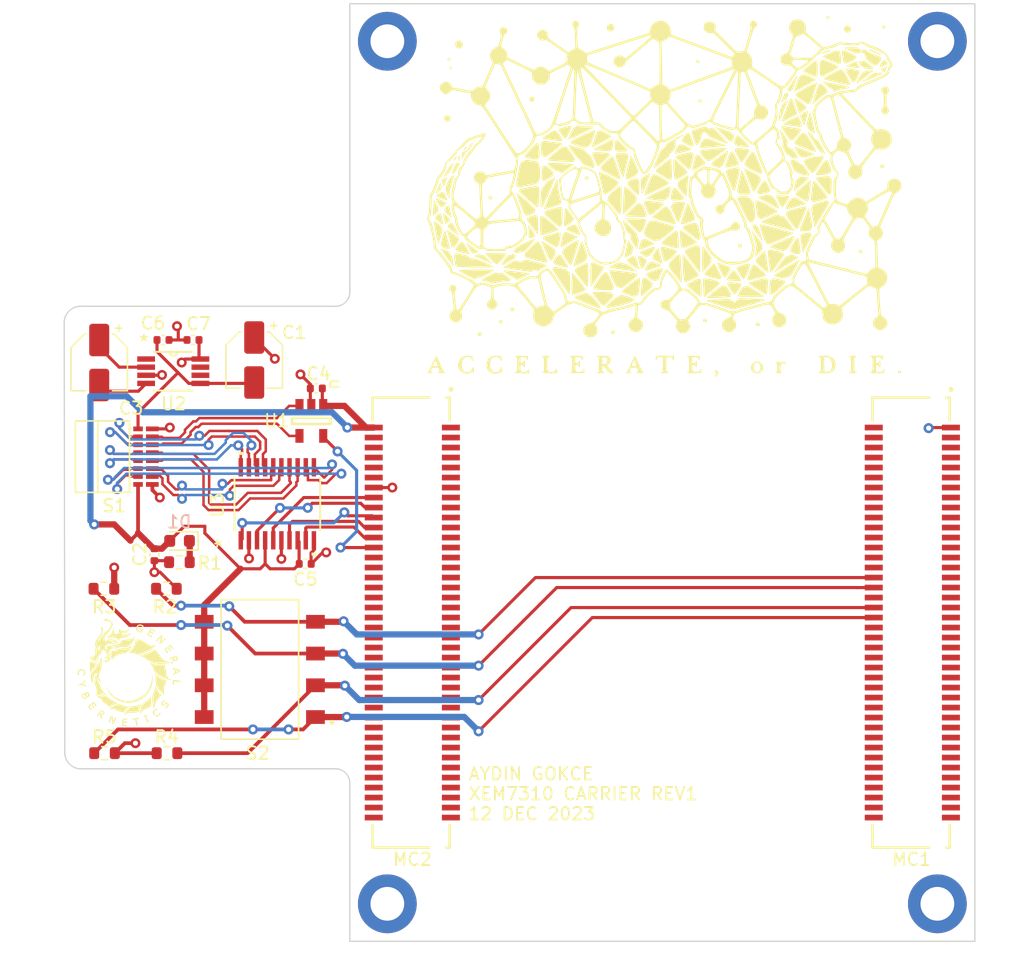
<source format=kicad_pcb>
(kicad_pcb (version 20211014) (generator pcbnew)
  (layers (0 "F.Cu" signal) (1 "In1.Cu" power) (2 "In2.Cu" power) (31 "B.Cu" signal) (34 "B.Paste" user) (35 "F.Paste" user) (36 "B.SilkS" user "B.Silkscreen") (37 "F.SilkS" user "F.Silkscreen") (38 "B.Mask" user) (39 "F.Mask" user) (44 "Edge.Cuts" user))
  (net 0 "")
  (net 1 "GND")
  (net 2 "-5V")
  (net 3 "+3.3V")
  (net 4 "Net-(C3-Pad1)")
  (net 5 "Net-(C3-Pad2)")
  (net 6 "+5V")
  (net 7 "Net-(R1-Pad1)")
  (net 38 "Net-(MC1-Pad32)")
  (net 40 "Net-(MC1-Pad34)")
  (net 44 "Net-(MC1-Pad38)")
  (net 46 "Net-(MC1-Pad40)")
  (net 99 "/CS_A")
  (net 101 "/SCK_A")
  (net 103 "/MOSI_A1")
  (net 105 "/MOSI_A2")
  (net 107 "/MISO_A1")
  (net 109 "/MISO_A2")
  (net 164 "/MOSI1-")
  (net 165 "/SCLK+")
  (net 166 "/MOSI1+")
  (net 167 "/SCLK-")
  (net 168 "/MISO1-")
  (net 169 "/CS+")
  (net 170 "/MOSI2-")
  (net 171 "/MOSI2+")
  (net 172 "/MISO2-")
  (net 173 "/MISO2+")
  (net 174 "/MISO1+")
  (net 175 "/CS-")
  (footprint "Capacitor_SMD:C_0402_1005Metric" (layer "F.Cu") (at 127.63 115.11 180)
    (fp_text reference "C5")
    (fp_text value "0.1u")
  )
  (footprint "TP_TL7660:DGK8" (layer "F.Cu") (at 117.074999 99.695001)
    (fp_text reference "U2")
    (fp_text value "TL7660CDGKR")
  )
  (footprint "FP_LVDT2:DBV0005A_N" (layer "F.Cu") (at 128.119999 103.67 -90)
    (fp_text reference "U1")
    (fp_text value "SN65LVDT2DBVR")
  )
  (footprint "MountingHole:MountingHole_2.7mm_M2.5_DIN965_Pad" (layer "F.Cu") (at 134.2 142.3)
    (fp_text reference "H2" hide)
    (fp_text value "MountingHole_Pad")
  )
  (footprint "MountingHole:MountingHole_2.7mm_M2.5_DIN965_Pad" (layer "F.Cu") (at 178.2 142.3)
    (fp_text reference "H4" hide)
    (fp_text value "MountingHole_Pad")
  )
  (footprint "BTE-040-01-F-D-A:SAMTEC_BTE-040-01-F-D-A" (layer "F.Cu") (at 136.198 119.8017 -90)
    (fp_text reference "MC2")
    (fp_text value "BTE-040-01-F-D-A")
  )
  (footprint "BTE-040-01-F-D-A:SAMTEC_BTE-040-01-F-D-A" (layer "F.Cu") (at 176.198 119.8017 -90)
    (fp_text reference "MC1")
    (fp_text value "BTE-040-01-F-D-A")
  )
  (footprint "MountingHole:MountingHole_2.7mm_M2.5_DIN965_Pad" (layer "F.Cu") (at 134.2 73.3)
    (fp_text reference "H1" hide)
    (fp_text value "MountingHole_Pad")
  )
  (footprint "LED_SMD:LED_0603_1608Metric" (layer "F.Cu") (at 117.5775 113.27 180)
    (fp_text reference "D1")
    (fp_text value "LED_0603")
  )
  (footprint "Capacitor_SMD:C_0402_1005Metric" (layer "F.Cu") (at 118.654999 97.195001)
    (fp_text reference "C7")
    (fp_text value "0.1u")
  )
  (footprint "DS04-254-1-04BK-SMT:SW_DS04-254-1-04BK-SMT" (layer "F.Cu") (at 124 123.55 180)
    (fp_text reference "S2")
    (fp_text value "DS04-254-1-04BK-SMT")
  )
  (footprint "Resistor_SMD:R_0603_1608Metric" (layer "F.Cu") (at 116.525 117.1)
    (fp_text reference "R2")
    (fp_text value "50K")
  )
  (footprint "LOGO" (layer "F.Cu") (at 113.55 123.8)
    (fp_text reference "G***" hide)
    (fp_text value "LOGO" hide)
  )
  (footprint "Resistor_SMD:R_0603_1608Metric" (layer "F.Cu") (at 117.565 114.97 180)
    (fp_text reference "R1")
    (fp_text value "680")
  )
  (footprint "Capacitor_SMD:C_0402_1005Metric" (layer "F.Cu") (at 128.519999 101.07 180)
    (fp_text reference "C4")
    (fp_text value "0.1u")
  )
  (footprint "FP_LVDT41:PW20" (layer "F.Cu") (at 125.4 110.3 90)
    (fp_text reference "U3")
    (fp_text value "SN65LVDT41PW")
  )
  (footprint "Resistor_SMD:R_0603_1608Metric" (layer "F.Cu") (at 111.575 130.25)
    (fp_text reference "R5")
    (fp_text value "50K")
  )
  (footprint "RHS2000-CABLE-CHIP-SIDE:OMNETICS_PZN-16-AA" (layer "F.Cu") (at 113.24215 106.53 90)
    (fp_text reference "S1")
    (fp_text value "RHS2000-CABLE-DAQ-SIDE")
  )
  (footprint "Capacitor_SMD:C_0402_1005Metric" (layer "F.Cu") (at 116.254999 97.195001 180)
    (fp_text reference "C6")
    (fp_text value "0.1u")
  )
  (footprint "Resistor_SMD:R_0603_1608Metric" (layer "F.Cu") (at 116.575 130.25 180)
    (fp_text reference "R4")
    (fp_text value "50K")
  )
  (footprint "Capacitor_SMD:C_0402_1005Metric" (layer "F.Cu") (at 115.565 114.37 90)
    (fp_text reference "C2")
    (fp_text value "0.1u")
  )
  (footprint "MountingHole:MountingHole_2.7mm_M2.5_DIN965_Pad" (layer "F.Cu") (at 178.2 73.3)
    (fp_text reference "H3" hide)
    (fp_text value "MountingHole_Pad")
  )
  (footprint "Capacitor_SMD:CP_Elec_4x5.4" (layer "F.Cu") (at 111.15 99 -90)
    (fp_text reference "C3")
    (fp_text value "10u")
  )
  (footprint "Resistor_SMD:R_0603_1608Metric" (layer "F.Cu") (at 111.525 117.1)
    (fp_text reference "R3")
    (fp_text value "50K")
  )
  (footprint "Capacitor_SMD:CP_Elec_4x5.4" (layer "F.Cu") (at 123.55 98.8 -90)
    (fp_text reference "C1")
    (fp_text value "10u")
  )
  (footprint "LOGO" (layer "F.Cu") (at 156.35 85.7)
    (fp_text reference "G***" hide)
    (fp_text value "LOGO" hide)
  )
  (gr_arc (start 129.99 131.5) (mid 130.841877 131.816281) (end 131.2 132.651431) (layer "Edge.Cuts") (width 0.1))
  (gr_line (start 131.2 132.651431) (end 131.2 145.3) (layer "Edge.Cuts") (width 0.1))
  (gr_arc (start 109.61 131.5) (mid 108.767929 131.114669) (end 108.4 130.26485) (layer "Edge.Cuts") (width 0.1))
  (gr_line (start 181.2 70.3) (end 131.2 70.3) (layer "Edge.Cuts") (width 0.1))
  (gr_line (start 131.2 93.3) (end 131.2 70.3) (layer "Edge.Cuts") (width 0.1))
  (gr_line (start 110.28515 94.5) (end 130.05 94.501086) (layer "Edge.Cuts") (width 0.1))
  (gr_line (start 110.21 131.5) (end 129.99 131.5) (layer "Edge.Cuts") (width 0.1))
  (gr_line (start 181.2 145.3) (end 181.2 70.35) (layer "Edge.Cuts") (width 0.1))
  (gr_line (start 181.2 70.35) (end 181.2 70.3) (layer "Edge.Cuts") (width 0.1))
  (gr_line (start 110.28515 94.5) (end 109.93515 94.5) (layer "Edge.Cuts") (width 0.1))
  (gr_line (start 109.93515 94.5) (end 109.58515 94.5) (layer "Edge.Cuts") (width 0.1))
  (gr_line (start 110.21 131.5) (end 109.61 131.5) (layer "Edge.Cuts") (width 0.1))
  (gr_arc (start 108.35 95.71) (mid 108.745289 94.878094) (end 109.58515 94.5) (layer "Edge.Cuts") (width 0.1))
  (gr_line (start 131.2 145.3) (end 181.2 145.3) (layer "Edge.Cuts") (width 0.1))
  (gr_line (start 108.35 95.71) (end 108.4 130.26485) (layer "Edge.Cuts") (width 0.1))
  (gr_arc (start 131.2 93.3) (mid 130.881431 94.146067) (end 130.05 94.501086) (layer "Edge.Cuts") (width 0.1))
  (gr_text "12 DEC 2023" (at 145.75 135.1) (layer "F.SilkS") (effects (font (size 1 1))))
  (gr_text "AYDIN GOKCE" (at 145.7 131.9) (layer "F.SilkS") (effects (font (size 1 1))))
  (gr_text "XEM7310 CARRIER REV1\n " (at 149.85 134.3) (layer "F.SilkS") (effects (font (size 1 1))))
  (segment (start 112.35 117.1) (end 112.35 115.4) (width 0.5) (layer "F.Cu") (net 1))
  (segment (start 112.4 130.25) (end 113.2 129.45) (width 0.3) (layer "F.Cu") (net 1))
  (segment (start 128.039999 101.07) (end 128.039999 100.739999) (width 0.25) (layer "F.Cu") (net 1))
  (segment (start 117.35 117.1) (end 116.02 115.77) (width 0.25) (layer "F.Cu") (net 1))
  (segment (start 128.1 114.23) (end 128.37 113.96) (width 0.25) (layer "F.Cu") (net 1))
  (segment (start 129.03 114.19) (end 129.31 114.19) (width 0.25) (layer "F.Cu") (net 1))
  (segment (start 115.40115 109.20115) (end 115.40115 108.7525) (width 0.3) (layer "F.Cu") (net 1))
  (segment (start 128.11 115.11) (end 129.03 114.19) (width 0.25) (layer "F.Cu") (net 1))
  (segment (start 117.474999 97.195001) (end 116.854999 97.195001) (width 0.25) (layer "F.Cu") (net 1))
  (segment (start 128.039999 102.39) (end 128.119999 102.47) (width 0.25) (layer "F.Cu") (net 1))
  (segment (start 113.2 129.45) (end 114.05 129.45) (width 0.3) (layer "F.Cu") (net 1))
  (segment (start 116 109.8) (end 115.40115 109.20115) (width 0.3) (layer "F.Cu") (net 1))
  (segment (start 115.565 114.85) (end 115.565 115.77) (width 0.25) (layer "F.Cu") (net 1))
  (segment (start 128.039999 101.07) (end 128.039999 102.39) (width 0.25) (layer "F.Cu") (net 1))
  (segment (start 117.474999 96.195001) (end 117.374999 96.095001) (width 0.25) (layer "F.Cu") (net 1))
  (segment (start 123.125001 114.665001) (end 123.135001 114.675001) (width 0.25) (layer "F.Cu") (net 1))
  (segment (start 117.474999 97.195001) (end 117.474999 96.195001) (width 0.25) (layer "F.Cu") (net 1))
  (segment (start 116.02 115.77) (end 115.565 115.77) (width 0.25) (layer "F.Cu") (net 1))
  (segment (start 114.903299 100.020002) (end 116.149998 100.020002) (width 0.25) (layer "F.Cu") (net 1))
  (segment (start 123.125001 113.221) (end 123.125001 114.665001) (width 0.25) (layer "F.Cu") (net 1))
  (segment (start 128.1 115.25) (end 128.1 114.23) (width 0.25) (layer "F.Cu") (net 1))
  (segment (start 134.5983 109.0017) (end 134.6 109) (width 0.25) (layer "F.Cu") (net 1))
  (segment (start 115.565 114.85) (end 116.62 114.85) (width 0.25) (layer "F.Cu") (net 1))
  (segment (start 116.62 114.85) (end 116.74 114.97) (width 0.25) (layer "F.Cu") (net 1))
  (segment (start 112.4 130.25) (end 115.75 130.25) (width 0.3) (layer "F.Cu") (net 1))
  (segment (start 118.114999 97.195001) (end 117.474999 97.195001) (width 0.25) (layer "F.Cu") (net 1))
  (segment (start 123.55 97) (end 123.55 97.05) (width 0.25) (layer "F.Cu") (net 1))
  (segment (start 116.149998 100.020002) (end 116.174999 99.995001) (width 0.25) (layer "F.Cu") (net 1))
  (segment (start 133.112 109.0017) (end 134.5983 109.0017) (width 0.25) (layer "F.Cu") (net 1))
  (segment (start 123.55 97.05) (end 125.2 98.7) (width 0.25) (layer "F.Cu") (net 1))
  (segment (start 125.724998 113.221) (end 125.724998 114.704998) (width 0.25) (layer "F.Cu") (net 1))
  (segment (start 128.039999 100.739999) (end 127.25 99.95) (width 0.25) (layer "F.Cu") (net 1))
  (via (at 125.2 98.7) (size 0.8) (drill 0.4) (layers "F.Cu" "B.Cu") (remove_unused_layers) (net 1))
  (via (at 114.05 129.45) (size 0.8) (drill 0.4) (layers "F.Cu" "B.Cu") (remove_unused_layers) (net 1))
  (via (at 134.6 109) (size 0.8) (drill 0.4) (layers "F.Cu" "B.Cu") (remove_unused_layers) (net 1))
  (via (at 112.35 115.4) (size 0.8) (drill 0.4) (layers "F.Cu" "B.Cu") (remove_unused_layers) (net 1))
  (via (at 117.374999 96.095001) (size 0.8) (drill 0.4) (layers "F.Cu" "B.Cu") (remove_unused_layers) (net 1))
  (via (at 129.31 114.19) (size 0.8) (drill 0.4) (layers "F.Cu" "B.Cu") (remove_unused_layers) (net 1))
  (via (at 123.135001 114.675001) (size 0.8) (drill 0.4) (layers "F.Cu" "B.Cu") (remove_unused_layers) (net 1))
  (via (at 127.25 99.95) (size 0.8) (drill 0.4) (layers "F.Cu" "B.Cu") (remove_unused_layers) (net 1))
  (via (at 116 109.8) (size 0.8) (drill 0.4) (layers "F.Cu" "B.Cu") (remove_unused_layers) (net 1))
  (via (at 116.174999 99.995001) (size 0.8) (drill 0.4) (layers "F.Cu" "B.Cu") (remove_unused_layers) (net 1))
  (via (at 125.724998 114.704998) (size 0.8) (drill 0.4) (layers "F.Cu" "B.Cu") (remove_unused_layers) (net 1))
  (via (at 115.565 115.77) (size 0.8) (drill 0.4) (layers "F.Cu" "B.Cu") (remove_unused_layers) (net 1))
  (segment (start 115.774999 97.195001) (end 115.774999 98.125402) (width 0.25) (layer "F.Cu") (net 2))
  (segment (start 117.459799 99.810201) (end 118.319597 100.67) (width 0.25) (layer "F.Cu") (net 2))
  (segment (start 122.9 100.67) (end 122.974999 100.595001) (width 0.25) (layer "F.Cu") (net 2))
  (segment (start 114.25815 103.01185) (end 117.459799 99.810201) (width 0.25) (layer "F.Cu") (net 2))
  (segment (start 118.319597 100.67) (end 119.246699 100.67) (width 0.25) (layer "F.Cu") (net 2))
  (segment (start 115.774999 98.125402) (end 117.459799 99.810201) (width 0.25) (layer "F.Cu") (net 2))
  (segment (start 119.246699 100.67) (end 122.9 100.67) (width 0.25) (layer "F.Cu") (net 2))
  (segment (start 114.25815 104.3075) (end 114.25815 103.01185) (width 0.25) (layer "F.Cu") (net 2))
  (segment (start 114.25815 112.64185) (end 114.25815 108.7525) (width 0.3) (layer "F.Cu") (net 3))
  (segment (start 119.6 112.65) (end 119.6 112.1) (width 0.25) (layer "F.Cu") (net 3))
  (segment (start 128.999999 101.07) (end 128.999999 102.399999) (width 0.25) (layer "F.Cu") (net 3))
  (segment (start 119.55 118.4) (end 122.45 115.5) (width 0.5) (layer "F.Cu") (net 3))
  (segment (start 115.565 113.89) (end 116.17 113.89) (width 0.5) (layer "F.Cu") (net 3))
  (segment (start 119.6 112.1) (end 117.96 112.1) (width 0.25) (layer "F.Cu") (net 3))
  (segment (start 124.425001 115.104999) (end 124.425001 113.221) (width 0.25) (layer "F.Cu") (net 3))
  (segment (start 110.75 111.95) (end 112.35 111.95) (width 0.5) (layer "F.Cu") (net 3))
  (segment (start 127.15 115.11) (end 126.76 115.5) (width 0.25) (layer "F.Cu") (net 3))
  (segment (start 124.425001 115.104999) (end 124.03 115.5) (width 0.25) (layer "F.Cu") (net 3))
  (segment (start 119.55 119.74) (end 119.55 118.4) (width 0.5) (layer "F.Cu") (net 3))
  (segment (start 126.76 115.5) (end 124.820002 115.5) (width 0.25) (layer "F.Cu") (net 3))
  (segment (start 113.65 113.25) (end 114.25815 112.64185) (width 0.3) (layer "F.Cu") (net 3))
  (segment (start 133.112 104.2017) (end 132.5017 104.2017) (width 0.5) (layer "F.Cu") (net 3))
  (segment (start 131.0017 104.2017) (end 131 104.2) (width 0.5) (layer "F.Cu") (net 3))
  (segment (start 128.999999 102.399999) (end 129.07 102.47) (width 0.25) (layer "F.Cu") (net 3))
  (segment (start 119.55 127.36) (end 119.55 119.74) (width 0.5) (layer "F.Cu") (net 3))
  (segment (start 122.45 115.5) (end 119.6 112.65) (width 0.25) (layer "F.Cu") (net 3))
  (segment (start 117.96 112.1) (end 116.79 113.27) (width 0.25) (layer "F.Cu") (net 3))
  (segment (start 130.77 102.47) (end 129.07 102.47) (width 0.5) (layer "F.Cu") (net 3))
  (segment (start 124.820002 115.5) (end 124.425001 115.104999) (width 0.25) (layer "F.Cu") (net 3))
  (segment (start 124.03 115.5) (end 122.45 115.5) (width 0.25) (layer "F.Cu") (net 3))
  (segment (start 132.5017 104.2017) (end 130.77 102.47) (width 0.5) (layer "F.Cu") (net 3))
  (segment (start 127.14 113.336002) (end 127.024998 113.221) (width 0.25) (layer "F.Cu") (net 3))
  (segment (start 116.17 113.89) (end 116.79 113.27) (width 0.5) (layer "F.Cu") (net 3))
  (segment (start 115.565 113.89) (end 115.5063 113.89) (width 0.5) (layer "F.Cu") (net 3))
  (segment (start 127.14 115.25) (end 127.14 113.336002) (width 0.25) (layer "F.Cu") (net 3))
  (segment (start 115.5063 113.89) (end 114.25815 112.64185) (width 0.5) (layer "F.Cu") (net 3))
  (segment (start 133.112 104.2017) (end 131.0017 104.2017) (width 0.5) (layer "F.Cu") (net 3))
  (segment (start 112.35 111.95) (end 113.65 113.25) (width 0.5) (layer "F.Cu") (net 3))
  (via (at 131 104.2) (size 0.8) (drill 0.4) (layers "F.Cu" "B.Cu") (net 3))
  (via (at 110.75 111.95) (size 0.8) (drill 0.4) (layers "F.Cu" "B.Cu") (net 3))
  (segment (start 110.45 101.7) (end 110.45 111.65) (width 0.5) (layer "B.Cu") (net 3))
  (segment (start 113.35 101.7) (end 110.45 101.7) (width 0.5) (layer "B.Cu") (net 3))
  (segment (start 129.778768 102.978768) (end 114.628768 102.978768) (width 0.5) (layer "B.Cu") (net 3))
  (segment (start 114.628768 102.978768) (end 113.35 101.7) (width 0.5) (layer "B.Cu") (net 3))
  (segment (start 131 104.2) (end 129.778768 102.978768) (width 0.5) (layer "B.Cu") (net 3))
  (segment (start 110.45 111.65) (end 110.75 111.95) (width 0.5) (layer "B.Cu") (net 3))
  (segment (start 112.749998 99.37) (end 114.903299 99.37) (width 0.25) (layer "F.Cu") (net 4))
  (segment (start 111.674999 98.295001) (end 112.749998 99.37) (width 0.25) (layer "F.Cu") (net 4))
  (segment (start 111.674999 101.295001) (end 114.278298 101.295001) (width 0.25) (layer "F.Cu") (net 5))
  (segment (start 114.278298 101.295001) (end 114.903299 100.67) (width 0.25) (layer "F.Cu") (net 5))
  (segment (start 179.284 104.2017) (end 177.5483 104.2017) (width 0.25) (layer "F.Cu") (net 6))
  (segment (start 118.029998 98.720002) (end 117.75 99) (width 0.25) (layer "F.Cu") (net 6))
  (segment (start 177.5483 104.2017) (end 177.5 104.25) (width 0.25) (layer "F.Cu") (net 6))
  (segment (start 119.134999 97.195001) (end 119.134999 98.728302) (width 0.25) (layer "F.Cu") (net 6))
  (segment (start 115.40115 104.3075) (end 116.6925 104.3075) (width 0.25) (layer "F.Cu") (net 6))
  (segment (start 116.6925 104.3075) (end 116.8 104.2) (width 0.25) (layer "F.Cu") (net 6))
  (segment (start 119.246699 98.720002) (end 118.029998 98.720002) (width 0.25) (layer "F.Cu") (net 6))
  (via (at 116.8 104.2) (size 0.8) (drill 0.4) (layers "F.Cu" "B.Cu") (remove_unused_layers) (net 6))
  (via (at 177.5 104.25) (size 0.8) (drill 0.4) (layers "F.Cu" "B.Cu") (net 6))
  (via (at 117.75 99) (size 0.8) (drill 0.4) (layers "F.Cu" "B.Cu") (remove_unused_layers) (net 6))
  (segment (start 118.39 114.97) (end 118.39 113.295) (width 0.5) (layer "F.Cu") (net 7))
  (segment (start 118.39 113.295) (end 118.365 113.27) (width 0.5) (layer "F.Cu") (net 7))
  (segment (start 122.79 119.74) (end 128.45 119.74) (width 0.3) (layer "F.Cu") (net 38))
  (segment (start 130.66 119.74) (end 130.7 119.7) (width 0.5) (layer "F.Cu") (net 38))
  (segment (start 115.7 117.1) (end 117.05 118.45) (width 0.3) (layer "F.Cu") (net 38))
  (segment (start 128.45 119.74) (end 130.66 119.74) (width 0.5) (layer "F.Cu") (net 38))
  (segment (start 146.0483 116.2017) (end 173.112 116.2017) (width 0.25) (layer "F.Cu") (net 38))
  (segment (start 117.05 118.45) (end 117.7 118.45) (width 0.3) (layer "F.Cu") (net 38))
  (segment (start 141.5 120.75) (end 146.0483 116.2017) (width 0.25) (layer "F.Cu") (net 38))
  (segment (start 121.55 118.5) (end 122.79 119.74) (width 0.3) (layer "F.Cu") (net 38))
  (via (at 117.7 118.45) (size 0.8) (drill 0.4) (layers "F.Cu" "B.Cu") (net 38))
  (via (at 130.7 119.7) (size 0.8) (drill 0.4) (layers "F.Cu" "B.Cu") (net 38))
  (via (at 121.55 118.5) (size 0.8) (drill 0.4) (layers "F.Cu" "B.Cu") (net 38))
  (via (at 141.5 120.75) (size 0.8) (drill 0.4) (layers "F.Cu" "B.Cu") (net 38))
  (segment (start 130.7 119.7) (end 131.75 120.75) (width 0.5) (layer "B.Cu") (net 38))
  (segment (start 121.5 118.45) (end 121.55 118.5) (width 0.3) (layer "B.Cu") (net 38))
  (segment (start 117.7 118.45) (end 121.5 118.45) (width 0.3) (layer "B.Cu") (net 38))
  (segment (start 131.75 120.75) (end 141.5 120.75) (width 0.5) (layer "B.Cu") (net 38))
  (segment (start 130.63 122.28) (end 130.65 122.3) (width 0.5) (layer "F.Cu") (net 40))
  (segment (start 123.63 122.28) (end 128.45 122.28) (width 0.3) (layer "F.Cu") (net 40))
  (segment (start 110.7 117.1) (end 113.6 120) (width 0.3) (layer "F.Cu") (net 40))
  (segment (start 128.45 122.28) (end 130.63 122.28) (width 0.5) (layer "F.Cu") (net 40))
  (segment (start 147.75 117) (end 171.75 117) (width 0.25) (layer "F.Cu") (net 40))
  (segment (start 171.75 117) (end 171.7517 117.0017) (width 0.25) (layer "F.Cu") (net 40))
  (segment (start 171.7517 117.0017) (end 173.112 117.0017) (width 0.25) (layer "F.Cu") (net 40))
  (segment (start 113.6 120) (end 117.7 120) (width 0.3) (layer "F.Cu") (net 40))
  (segment (start 141.5 123.25) (end 147.75 117) (width 0.25) (layer "F.Cu") (net 40))
  (segment (start 121.4 120.05) (end 123.63 122.28) (width 0.3) (layer "F.Cu") (net 40))
  (via (at 117.7 120) (size 0.8) (drill 0.4) (layers "F.Cu" "B.Cu") (net 40))
  (via (at 121.4 120.05) (size 0.8) (drill 0.4) (layers "F.Cu" "B.Cu") (net 40))
  (via (at 130.65 122.3) (size 0.8) (drill 0.4) (layers "F.Cu" "B.Cu") (net 40))
  (via (at 141.5 123.25) (size 0.8) (drill 0.4) (layers "F.Cu" "B.Cu") (net 40))
  (segment (start 117.7 120) (end 121.35 120) (width 0.3) (layer "B.Cu") (net 40))
  (segment (start 130.65 122.3) (end 131.6 123.25) (width 0.5) (layer "B.Cu") (net 40))
  (segment (start 131.6 123.25) (end 141.5 123.25) (width 0.5) (layer "B.Cu") (net 40))
  (segment (start 121.35 120) (end 121.4 120.05) (width 0.3) (layer "B.Cu") (net 40))
  (segment (start 141.5 126) (end 148.8983 118.6017) (width 0.25) (layer "F.Cu") (net 44))
  (segment (start 117.4 130.25) (end 123.02 130.25) (width 0.3) (layer "F.Cu") (net 44))
  (segment (start 148.8983 118.6017) (end 173.112 118.6017) (width 0.25) (layer "F.Cu") (net 44))
  (segment (start 123.02 130.25) (end 128.45 124.82) (width 0.3) (layer "F.Cu") (net 44))
  (segment (start 128.45 124.82) (end 130.77 124.82) (width 0.5) (layer "F.Cu") (net 44))
  (segment (start 130.77 124.82) (end 130.8 124.85) (width 0.5) (layer "F.Cu") (net 44))
  (via (at 141.5 126) (size 0.8) (drill 0.4) (layers "F.Cu" "B.Cu") (net 44))
  (via (at 130.8 124.85) (size 0.8) (drill 0.4) (layers "F.Cu" "B.Cu") (net 44))
  (segment (start 131.95 126) (end 141.5 126) (width 0.5) (layer "B.Cu") (net 44))
  (segment (start 130.8 124.85) (end 131.95 126) (width 0.5) (layer "B.Cu") (net 44))
  (segment (start 128.45 127.36) (end 130.94 127.36) (width 0.5) (layer "F.Cu") (net 46))
  (segment (start 141.5 128.5) (end 150.5983 119.4017) (width 0.25) (layer "F.Cu") (net 46))
  (segment (start 150.5983 119.4017) (end 173.112 119.4017) (width 0.25) (layer "F.Cu") (net 46))
  (segment (start 126.3 128.35) (end 127.46 128.35) (width 0.3) (layer "F.Cu") (net 46))
  (segment (start 112.65 128.35) (end 123.45 128.35) (width 0.3) (layer "F.Cu") (net 46))
  (segment (start 127.46 128.35) (end 128.45 127.36) (width 0.3) (layer "F.Cu") (net 46))
  (segment (start 110.75 130.25) (end 112.65 128.35) (width 0.3) (layer "F.Cu") (net 46))
  (segment (start 130.94 127.36) (end 130.95 127.35) (width 0.5) (layer "F.Cu") (net 46))
  (via (at 141.5 128.5) (size 0.8) (drill 0.4) (layers "F.Cu" "B.Cu") (net 46))
  (via (at 123.45 128.35) (size 0.8) (drill 0.4) (layers "F.Cu" "B.Cu") (net 46))
  (via (at 130.95 127.35) (size 0.8) (drill 0.4) (layers "F.Cu" "B.Cu") (net 46))
  (via (at 126.3 128.35) (size 0.8) (drill 0.4) (layers "F.Cu" "B.Cu") (net 46))
  (segment (start 140.35 127.35) (end 141.5 128.5) (width 0.5) (layer "B.Cu") (net 46))
  (segment (start 130.95 127.35) (end 140.35 127.35) (width 0.5) (layer "B.Cu") (net 46))
  (segment (start 123.45 128.35) (end 126.3 128.35) (width 0.3) (layer "B.Cu") (net 46))
  (segment (start 125.074999 112.240001) (end 127.5133 109.8017) (width 0.25) (layer "F.Cu") (net 99))
  (segment (start 125.074999 113.221) (end 125.074999 112.240001) (width 0.25) (layer "F.Cu") (net 99))
  (segment (start 127.5133 109.8017) (end 133.112 109.8017) (width 0.25) (layer "F.Cu") (net 99))
  (segment (start 123.774999 113.221) (end 123.774999 112.465001) (width 0.25) (layer "F.Cu") (net 101))
  (segment (start 128.1895 110.2605) (end 132.0705 110.2605) (width 0.25) (layer "F.Cu") (net 101))
  (segment (start 123.774999 112.465001) (end 125.61 110.63) (width 0.25) (layer "F.Cu") (net 101))
  (segment (start 127.83 110.62) (end 128.1895 110.2605) (width 0.25) (layer "F.Cu") (net 101))
  (segment (start 132.0705 110.2605) (end 132.39 110.58) (width 0.25) (layer "F.Cu") (net 101))
  (via (at 125.61 110.63) (size 0.8) (drill 0.4) (layers "F.Cu" "B.Cu") (net 101))
  (via (at 127.83 110.62) (size 0.8) (drill 0.4) (layers "F.Cu" "B.Cu") (net 101))
  (segment (start 125.61 110.63) (end 127.82 110.63) (width 0.25) (layer "B.Cu") (net 101))
  (segment (start 127.82 110.63) (end 127.83 110.62) (width 0.25) (layer "B.Cu") (net 101))
  (segment (start 133.112 111.4017) (end 132.9703 111.26) (width 0.25) (layer "F.Cu") (net 103))
  (segment (start 122.59 113.106) (end 122.475 113.221) (width 0.25) (layer "F.Cu") (net 103))
  (segment (start 122.59 111.83) (end 122.59 113.106) (width 0.25) (layer "F.Cu") (net 103))
  (segment (start 131.0345 111.26) (end 130.76 110.9855) (width 0.25) (layer "F.Cu") (net 103))
  (segment (start 132.9703 111.26) (end 131.0345 111.26) (width 0.25) (layer "F.Cu") (net 103))
  (via (at 122.59 111.83) (size 0.8) (drill 0.4) (layers "F.Cu" "B.Cu") (net 103))
  (via (at 130.76 110.9855) (size 0.8) (drill 0.4) (layers "F.Cu" "B.Cu") (net 103))
  (segment (start 130.76 110.9855) (end 129.9155 111.83) (width 0.25) (layer "B.Cu") (net 103))
  (segment (start 129.9155 111.83) (end 122.59 111.83) (width 0.25) (layer "B.Cu") (net 103))
  (segment (start 131.9 111.71) (end 132.3917 112.2017) (width 0.25) (layer "F.Cu") (net 105))
  (segment (start 132.3917 112.2017) (end 133.112 112.2017) (width 0.25) (layer "F.Cu") (net 105))
  (segment (start 126.374999 113.221) (end 126.374999 111.945001) (width 0.25) (layer "F.Cu") (net 105))
  (segment (start 126.61 111.71) (end 131.9 111.71) (width 0.25) (layer "F.Cu") (net 105))
  (segment (start 126.374999 111.945001) (end 126.61 111.71) (width 0.25) (layer "F.Cu") (net 105))
  (segment (start 127.674999 112.240001) (end 127.755 112.16) (width 0.25) (layer "F.Cu") (net 107))
  (segment (start 127.674999 113.221) (end 127.674999 112.240001) (width 0.25) (layer "F.Cu") (net 107))
  (segment (start 127.755 112.16) (end 131.52 112.16) (width 0.25) (layer "F.Cu") (net 107))
  (segment (start 131.52 112.16) (end 132.3617 113.0017) (width 0.25) (layer "F.Cu") (net 107))
  (segment (start 132.3617 113.0017) (end 133.112 113.0017) (width 0.25) (layer "F.Cu") (net 107))
  (segment (start 130.45 113.8) (end 130.4517 113.8017) (width 0.25) (layer "F.Cu") (net 109))
  (segment (start 129.07 104.96) (end 130.22 106.11) (width 0.25) (layer "F.Cu") (net 109))
  (segment (start 130.4517 113.8017) (end 133.112 113.8017) (width 0.25) (layer "F.Cu") (net 109))
  (segment (start 129.07 104.87) (end 129.07 104.96) (width 0.25) (layer "F.Cu") (net 109))
  (via (at 130.22 106.11) (size 0.8) (drill 0.4) (layers "F.Cu" "B.Cu") (net 109))
  (via (at 130.45 113.8) (size 0.8) (drill 0.4) (layers "F.Cu" "B.Cu") (net 109))
  (segment (start 131.74 112.33) (end 131.74 112.51) (width 0.25) (layer "B.Cu") (net 109))
  (segment (start 131.74 112.51) (end 130.45 113.8) (width 0.25) (layer "B.Cu") (net 109))
  (segment (start 130.22 106.11) (end 131.74 107.63) (width 0.25) (layer "B.Cu") (net 109))
  (segment (start 131.74 107.63) (end 131.74 112.33) (width 0.25) (layer "B.Cu") (net 109))
  (segment (start 123.025001 106.182501) (end 123.025002 105.927265) (width 0.2) (layer "F.Cu") (net 164))
  (segment (start 123.125001 106.282501) (end 123.025001 106.182501) (width 0.2) (layer "F.Cu") (net 164))
  (segment (start 112.01 106.005) (end 112.309999 106.304999) (width 0.2) (layer "F.Cu") (net 164))
  (segment (start 123.125001 107.379) (end 123.125001 106.282501) (width 0.2) (layer "F.Cu") (net 164))
  (segment (start 112.309999 106.304999) (end 114.09 106.305) (width 0.2) (layer "F.Cu") (net 164))
  (segment (start 123.025002 105.927265) (end 123.325001 105.627266) (width 0.2) (layer "F.Cu") (net 164))
  (via (at 123.325001 105.627266) (size 0.8) (drill 0.4) (layers "F.Cu" "B.Cu") (net 164))
  (via (at 112.01 106.005) (size 0.8) (drill 0.4) (layers "F.Cu" "B.Cu") (net 164))
  (segment (start 121.275001 105.406799) (end 120.376801 106.304999) (width 0.2) (layer "B.Cu") (net 164))
  (segment (start 121.860787 104.627266) (end 121.275001 105.213052) (width 0.2) (layer "B.Cu") (net 164))
  (segment (start 121.275001 105.213052) (end 121.275001 105.406799) (width 0.2) (layer "B.Cu") (net 164))
  (segment (start 123.325001 105.627266) (end 123.275001 105.577266) (width 0.2) (layer "B.Cu") (net 164))
  (segment (start 122.689215 104.627266) (end 121.860787 104.627266) (width 0.2) (layer "B.Cu") (net 164))
  (segment (start 123.275001 105.577266) (end 123.275001 105.213052) (width 0.2) (layer "B.Cu") (net 164))
  (segment (start 123.275001 105.213052) (end 122.689215 104.627266) (width 0.2) (layer "B.Cu") (net 164))
  (segment (start 120.376801 106.304999) (end 112.309999 106.304999) (width 0.2) (layer "B.Cu") (net 164))
  (segment (start 112.309999 106.304999) (end 112.01 106.005) (width 0.2) (layer "B.Cu") (net 164))
  (segment (start 113.686649 105.5775) (end 114.25815 105.5775) (width 0.2) (layer "F.Cu") (net 165))
  (segment (start 124.025001 105.337316) (end 123.612685 104.925) (width 0.2) (layer "F.Cu") (net 165))
  (segment (start 113.594149 105.485) (end 113.686649 105.5775) (width 0.2) (layer "F.Cu") (net 165))
  (segment (start 119.901232 105.176967) (end 119.901232 105.601232) (width 0.2) (layer "F.Cu") (net 165))
  (segment (start 120.153199 104.925) (end 119.901232 105.176967) (width 0.2) (layer "F.Cu") (net 165))
  (segment (start 123.612685 104.925) (end 120.153199 104.925) (width 0.2) (layer "F.Cu") (net 165))
  (segment (start 123.775002 107.379) (end 123.775002 107.365398) (width 0.2) (layer "F.Cu") (net 165))
  (segment (start 112.443033 104.571232) (end 113.356801 105.485) (width 0.2) (layer "F.Cu") (net 165))
  (segment (start 123.775002 107.365398) (end 123.602401 107.192797) (width 0.2) (layer "F.Cu") (net 165))
  (segment (start 123.602401 107.192797) (end 123.602401 106.339816) (width 0.2) (layer "F.Cu") (net 165))
  (segment (start 124.025001 105.917216) (end 124.025001 105.337316) (width 0.2) (layer "F.Cu") (net 165))
  (segment (start 123.602401 106.339816) (end 124.025001 105.917216) (width 0.2) (layer "F.Cu") (net 165))
  (segment (start 112.018768 104.571232) (end 112.443033 104.571232) (width 0.2) (layer "F.Cu") (net 165))
  (segment (start 113.356801 105.485) (end 113.594149 105.485) (width 0.2) (layer "F.Cu") (net 165))
  (via (at 119.901232 105.601232) (size 0.8) (drill 0.4) (layers "F.Cu" "B.Cu") (net 165))
  (via (at 112.018768 104.571232) (size 0.8) (drill 0.4) (layers "F.Cu" "B.Cu") (net 165))
  (segment (start 119.901232 105.601232) (end 113.473033 105.601232) (width 0.2) (layer "B.Cu") (net 165))
  (segment (start 113.473033 105.601232) (end 112.443033 104.571232) (width 0.2) (layer "B.Cu") (net 165))
  (segment (start 112.443033 104.571232) (end 112.018768 104.571232) (width 0.2) (layer "B.Cu") (net 165))
  (segment (start 122.475002 107.379) (end 122.475002 106.282501) (width 0.2) (layer "F.Cu") (net 166))
  (segment (start 112.309999 106.755001) (end 114.09 106.755) (width 0.2) (layer "F.Cu") (net 166))
  (segment (start 112.01 107.055) (end 112.309999 106.755001) (width 0.2) (layer "F.Cu") (net 166))
  (segment (start 122.575002 105.927267) (end 122.275001 105.627266) (width 0.2) (layer "F.Cu") (net 166))
  (segment (start 122.475002 106.282501) (end 122.575002 106.182501) (width 0.2) (layer "F.Cu") (net 166))
  (segment (start 122.575002 106.182501) (end 122.575002 105.927267) (width 0.2) (layer "F.Cu") (net 166))
  (via (at 112.01 107.055) (size 0.8) (drill 0.4) (layers "F.Cu" "B.Cu") (net 166))
  (via (at 122.275001 105.627266) (size 0.8) (drill 0.4) (layers "F.Cu" "B.Cu") (net 166))
  (segment (start 120.563199 106.755001) (end 112.309999 106.755001) (width 0.2) (layer "B.Cu") (net 166))
  (segment (start 122.275001 105.627266) (end 121.690934 105.627266) (width 0.2) (layer "B.Cu") (net 166))
  (segment (start 112.309999 106.755001) (end 112.01 107.055) (width 0.2) (layer "B.Cu") (net 166))
  (segment (start 121.690934 105.627266) (end 120.563199 106.755001) (width 0.2) (layer "B.Cu") (net 166))
  (segment (start 119.966801 104.475) (end 119.583033 104.858768) (width 0.2) (layer "F.Cu") (net 167))
  (segment (start 124.252402 106.326184) (end 124.474982 106.103604) (width 0.2) (layer "F.Cu") (net 167))
  (segment (start 113.686649 104.9425) (end 114.25815 104.9425) (width 0.2) (layer "F.Cu") (net 167))
  (segment (start 124.252402 107.206401) (end 124.252402 106.326184) (width 0.2) (layer "F.Cu") (net 167))
  (segment (start 112.761232 104.253033) (end 113.543199 105.035) (width 0.2) (layer "F.Cu") (net 167))
  (segment (start 124.474982 105.150927) (end 123.801339 104.477285) (width 0.2) (layer "F.Cu") (net 167))
  (segment (start 124.474982 106.103604) (end 124.474982 105.150927) (width 0.2) (layer "F.Cu") (net 167))
  (segment (start 113.543199 105.035) (end 113.594149 105.035) (width 0.2) (layer "F.Cu") (net 167))
  (segment (start 119.583033 104.858768) (end 119.158768 104.858768) (width 0.2) (layer "F.Cu") (net 167))
  (segment (start 124.425001 107.379) (end 124.252402 107.206401) (width 0.2) (layer "F.Cu") (net 167))
  (segment (start 121.523286 104.477285) (end 121.521001 104.475) (width 0.2) (layer "F.Cu") (net 167))
  (segment (start 112.761232 103.828768) (end 112.761232 104.253033) (width 0.2) (layer "F.Cu") (net 167))
  (segment (start 113.594149 105.035) (end 113.686649 104.9425) (width 0.2) (layer "F.Cu") (net 167))
  (segment (start 123.801339 104.477285) (end 121.523286 104.477285) (width 0.2) (layer "F.Cu") (net 167))
  (segment (start 121.521001 104.475) (end 119.966801 104.475) (width 0.2) (layer "F.Cu") (net 167))
  (via (at 119.158768 104.858768) (size 0.8) (drill 0.4) (layers "F.Cu" "B.Cu") (net 167))
  (via (at 112.761232 103.828768) (size 0.8) (drill 0.4) (layers "F.Cu" "B.Cu") (net 167))
  (segment (start 113.65943 105.151231) (end 112.761232 104.253033) (width 0.2) (layer "B.Cu") (net 167))
  (segment (start 119.158768 104.858768) (end 118.866305 105.151231) (width 0.2) (layer "B.Cu") (net 167))
  (segment (start 112.761232 104.253033) (end 112.761232 103.828768) (width 0.2) (layer "B.Cu") (net 167))
  (segment (start 118.866305 105.151231) (end 113.65943 105.151231) (width 0.2) (layer "B.Cu") (net 167))
  (segment (start 113.076801 107.575) (end 113.594149 107.575) (width 0.2) (layer "F.Cu") (net 168))
  (segment (start 111.848768 108.378768) (end 112.273033 108.378768) (width 0.2) (layer "F.Cu") (net 168))
  (segment (start 129.77864 107.574275) (end 129.77864 107.15001) (width 0.2) (layer "F.Cu") (net 168))
  (segment (start 128.325 107.392601) (end 129.127398 108.194999) (width 0.2) (layer "F.Cu") (net 168))
  (segment (start 129.127398 108.194999) (end 129.157916 108.194999) (width 0.2) (layer "F.Cu") (net 168))
  (segment (start 113.594149 107.575) (end 113.686649 107.4825) (width 0.2) (layer "F.Cu") (net 168))
  (segment (start 128.325 107.379) (end 128.325 107.392601) (width 0.2) (layer "F.Cu") (net 168))
  (segment (start 129.157916 108.194999) (end 129.77864 107.574275) (width 0.2) (layer "F.Cu") (net 168))
  (segment (start 112.273033 108.378768) (end 113.076801 107.575) (width 0.2) (layer "F.Cu") (net 168))
  (segment (start 113.686649 107.4825) (end 114.25815 107.4825) (width 0.2) (layer "F.Cu") (net 168))
  (via (at 111.848768 108.378768) (size 0.8) (drill 0.4) (layers "F.Cu" "B.Cu") (net 168))
  (via (at 129.77864 107.15001) (size 0.8) (drill 0.4) (layers "F.Cu" "B.Cu") (net 168))
  (segment (start 112.273033 108.378768) (end 111.848768 108.378768) (width 0.2) (layer "B.Cu") (net 168))
  (segment (start 112.456802 108.194999) (end 112.273033 108.378768) (width 0.2) (layer "B.Cu") (net 168))
  (segment (start 129.77864 107.15001) (end 129.486177 107.442473) (width 0.2) (layer "B.Cu") (net 168))
  (segment (start 112.386801 108.194999) (end 112.456802 108.194999) (width 0.2) (layer "B.Cu") (net 168))
  (segment (start 113.139327 107.442473) (end 112.386801 108.194999) (width 0.2) (layer "B.Cu") (net 168))
  (segment (start 129.486177 107.442473) (end 113.139327 107.442473) (width 0.2) (layer "B.Cu") (net 168))
  (segment (start 125.075002 107.392602) (end 124.902401 107.565203) (width 0.2) (layer "F.Cu") (net 169))
  (segment (start 121.433033 108.698768) (end 121.008768 108.698768) (width 0.2) (layer "F.Cu") (net 169))
  (segment (start 116.659131 108.540931) (end 117.266934 109.148734) (width 0.2) (layer "F.Cu") (net 169))
  (segment (start 117.474725 109.148734) (end 117.774724 108.848735) (width 0.2) (layer "F.Cu") (net 169))
  (segment (start 116.158518 107.574999) (end 116.659131 108.075612) (width 0.2) (layer "F.Cu") (net 169))
  (segment (start 125.075002 107.379) (end 125.075002 107.392602) (width 0.2) (layer "F.Cu") (net 169))
  (segment (start 123.947601 108.409999) (end 123.947601 108.409501) (width 0.2) (layer "F.Cu") (net 169))
  (segment (start 124.902401 108.409999) (end 123.947601 108.409999) (width 0.2) (layer "F.Cu") (net 169))
  (segment (start 121.7223 108.409501) (end 121.433033 108.698768) (width 0.2) (layer "F.Cu") (net 169))
  (segment (start 123.947601 108.409501) (end 121.7223 108.409501) (width 0.2) (layer "F.Cu") (net 169))
  (segment (start 116.659131 108.075612) (end 116.659131 108.540931) (width 0.2) (layer "F.Cu") (net 169))
  (segment (start 124.902401 107.565203) (end 124.902401 108.409999) (width 0.2) (layer "F.Cu") (net 169))
  (segment (start 115.493649 107.574999) (end 116.158518 107.574999) (width 0.2) (layer "F.Cu") (net 169))
  (segment (start 117.266934 109.148734) (end 117.474725 109.148734) (width 0.2) (layer "F.Cu") (net 169))
  (segment (start 115.40115 107.4825) (end 115.493649 107.574999) (width 0.2) (layer "F.Cu") (net 169))
  (via (at 117.774724 108.848735) (size 0.8) (drill 0.4) (layers "F.Cu" "B.Cu") (net 169))
  (via (at 121.008768 108.698768) (size 0.8) (drill 0.4) (layers "F.Cu" "B.Cu") (net 169))
  (segment (start 121.008768 109.123033) (end 121.008768 108.698768) (width 0.2) (layer "B.Cu") (net 169))
  (segment (start 118.074723 109.148734) (end 120.983067 109.148734) (width 0.2) (layer "B.Cu") (net 169))
  (segment (start 117.774724 108.848735) (end 118.074723 109.148734) (width 0.2) (layer "B.Cu") (net 169))
  (segment (start 120.983067 109.148734) (end 121.008768 109.123033) (width 0.2) (layer "B.Cu") (net 169))
  (segment (start 119.495 110.4032) (end 119.8968 110.805) (width 0.2) (layer "F.Cu") (net 170))
  (segment (start 119.495 107.7532) (end 119.495 110.4032) (width 0.2) (layer "F.Cu") (net 170))
  (segment (start 122.2932 110.805) (end 123.2232 109.875) (width 0.2) (layer "F.Cu") (net 170))
  (segment (start 127.025001 108.475499) (end 127.025001 107.379) (width 0.2) (layer "F.Cu") (net 170))
  (segment (start 116.255651 106.755) (end 118.4968 106.755) (width 0.2) (layer "F.Cu") (net 170))
  (segment (start 118.4968 106.755) (end 119.495 107.7532) (width 0.2) (layer "F.Cu") (net 170))
  (segment (start 119.8968 110.805) (end 122.2932 110.805) (width 0.2) (layer "F.Cu") (net 170))
  (segment (start 125.884339 109.875) (end 126.925001 108.834338) (width 0.2) (layer "F.Cu") (net 170))
  (segment (start 126.925001 108.575499) (end 127.025001 108.475499) (width 0.2) (layer "F.Cu") (net 170))
  (segment (start 116.163151 106.8475) (end 116.255651 106.755) (width 0.2) (layer "F.Cu") (net 170))
  (segment (start 115.40115 106.8475) (end 116.163151 106.8475) (width 0.2) (layer "F.Cu") (net 170))
  (segment (start 126.925001 108.834338) (end 126.925001 108.575499) (width 0.2) (layer "F.Cu") (net 170))
  (segment (start 123.2232 109.875) (end 125.884339 109.875) (width 0.2) (layer "F.Cu") (net 170))
  (segment (start 116.163151 106.2125) (end 116.255651 106.305) (width 0.2) (layer "F.Cu") (net 171))
  (segment (start 120.0832 110.355) (end 122.1068 110.355) (width 0.2) (layer "F.Cu") (net 171))
  (segment (start 119.945 110.2168) (end 120.0832 110.355) (width 0.2) (layer "F.Cu") (net 171))
  (segment (start 118.6832 106.305) (end 119.945 107.5668) (width 0.2) (layer "F.Cu") (net 171))
  (segment (start 116.255651 106.305) (end 118.6832 106.305) (width 0.2) (layer "F.Cu") (net 171))
  (segment (start 126.375002 108.475499) (end 126.375002 107.379) (width 0.2) (layer "F.Cu") (net 171))
  (segment (start 122.1068 110.355) (end 123.0368 109.425) (width 0.2) (layer "F.Cu") (net 171))
  (segment (start 119.945 107.5668) (end 119.945 110.2168) (width 0.2) (layer "F.Cu") (net 171))
  (segment (start 126.475002 108.647937) (end 126.475002 108.575499) (width 0.2) (layer "F.Cu") (net 171))
  (segment (start 126.475002 108.575499) (end 126.375002 108.475499) (width 0.2) (layer "F.Cu") (net 171))
  (segment (start 123.0368 109.425) (end 125.697939 109.425) (width 0.2) (layer "F.Cu") (net 171))
  (segment (start 115.40115 106.2125) (end 116.163151 106.2125) (width 0.2) (layer "F.Cu") (net 171))
  (segment (start 125.697939 109.425) (end 126.475002 108.647937) (width 0.2) (layer "F.Cu") (net 171))
  (segment (start 118.458768 104.568818) (end 118.458768 104.779432) (width 0.2) (layer "F.Cu") (net 172))
  (segment (start 119.3432 103.895) (end 119.079432 104.158768) (width 0.2) (layer "F.Cu") (net 172))
  (segment (start 116.255651 105.485) (end 116.163151 105.5775) (width 0.2) (layer "F.Cu") (net 172))
  (segment (start 127.170001 104.87) (end 126.345 104.87) (width 0.2) (layer "F.Cu") (net 172))
  (segment (start 118.868818 104.158768) (end 118.458768 104.568818) (width 0.2) (layer "F.Cu") (net 172))
  (segment (start 125.37 103.895) (end 119.3432 103.895) (width 0.2) (layer "F.Cu") (net 172))
  (segment (start 126.345 104.87) (end 125.37 103.895) (width 0.2) (layer "F.Cu") (net 172))
  (segment (start 118.458768 104.779432) (end 117.7532 105.485) (width 0.2) (layer "F.Cu") (net 172))
  (segment (start 119.079432 104.158768) (end 118.868818 104.158768) (width 0.2) (layer "F.Cu") (net 172))
  (segment (start 116.163151 105.5775) (end 115.40115 105.5775) (width 0.2) (layer "F.Cu") (net 172))
  (segment (start 117.7532 105.485) (end 116.255651 105.485) (width 0.2) (layer "F.Cu") (net 172))
  (segment (start 116.255651 105.035) (end 116.163151 104.9425) (width 0.2) (layer "F.Cu") (net 173))
  (segment (start 118.682429 103.708787) (end 118.008787 104.38243) (width 0.2) (layer "F.Cu") (net 173))
  (segment (start 119.1568 103.445) (end 118.893013 103.708787) (width 0.2) (layer "F.Cu") (net 173))
  (segment (start 117.5668 105.035) (end 116.255651 105.035) (width 0.2) (layer "F.Cu") (net 173))
  (segment (start 126.345 102.47) (end 125.37 103.445) (width 0.2) (layer "F.Cu") (net 173))
  (segment (start 125.37 103.445) (end 119.1568 103.445) (width 0.2) (layer "F.Cu") (net 173))
  (segment (start 116.163151 104.9425) (end 115.40115 104.9425) (width 0.2) (layer "F.Cu") (net 173))
  (segment (start 127.170001 102.47) (end 126.345 102.47) (width 0.2) (layer "F.Cu") (net 173))
  (segment (start 118.008787 104.593013) (end 117.5668 105.035) (width 0.2) (layer "F.Cu") (net 173))
  (segment (start 118.893013 103.708787) (end 118.682429 103.708787) (width 0.2) (layer "F.Cu") (net 173))
  (segment (start 118.008787 104.38243) (end 118.008787 104.593013) (width 0.2) (layer "F.Cu") (net 173))
  (segment (start 112.591232 108.696967) (end 113.263199 108.025) (width 0.2) (layer "F.Cu") (net 174))
  (segment (start 113.686649 108.1175) (end 114.25815 108.1175) (width 0.2) (layer "F.Cu") (net 174))
  (segment (start 130.096839 107.892474) (end 130.521104 107.892474) (width 0.2) (layer "F.Cu") (net 174))
  (segment (start 113.594149 108.025) (end 113.686649 108.1175) (width 0.2) (layer "F.Cu") (net 174))
  (segment (start 129.344312 108.645001) (end 130.096839 107.892474) (width 0.2) (layer "F.Cu") (net 174))
  (segment (start 127.8476 107.551598) (end 127.8476 108.409999) (width 0.2) (layer "F.Cu") (net 174))
  (segment (start 112.591232 109.121232) (end 112.591232 108.696967) (width 0.2) (layer "F.Cu") (net 174))
  (segment (start 128.941003 108.645001) (end 129.344312 108.645001) (width 0.2) (layer "F.Cu") (net 174))
  (segment (start 128.706001 108.409999) (end 128.941003 108.645001) (width 0.2) (layer "F.Cu") (net 174))
  (segment (start 127.675002 107.379) (end 127.8476 107.551598) (width 0.2) (layer "F.Cu") (net 174))
  (segment (start 113.263199 108.025) (end 113.594149 108.025) (width 0.2) (layer "F.Cu") (net 174))
  (segment (start 127.8476 108.409999) (end 128.706001 108.409999) (width 0.2) (layer "F.Cu") (net 174))
  (via (at 130.521104 107.892474) (size 0.8) (drill 0.4) (layers "F.Cu" "B.Cu") (net 174))
  (via (at 112.591232 109.121232) (size 0.8) (drill 0.4) (layers "F.Cu" "B.Cu") (net 174))
  (segment (start 112.591232 108.696967) (end 112.591232 109.121232) (width 0.2) (layer "B.Cu") (net 174))
  (segment (start 112.573199 108.645001) (end 112.643198 108.645001) (width 0.2) (layer "B.Cu") (net 174))
  (segment (start 130.521104 107.892474) (end 113.325726 107.892474) (width 0.2) (layer "B.Cu") (net 174))
  (segment (start 112.643198 108.645001) (end 112.591232 108.696967) (width 0.2) (layer "B.Cu") (net 174))
  (segment (start 113.325726 107.892474) (end 112.573199 108.645001) (width 0.2) (layer "B.Cu") (net 174))
  (segment (start 115.40115 108.1175) (end 115.493649 108.025001) (width 0.2) (layer "F.Cu") (net 175))
  (segment (start 123.760734 108.859501) (end 123.761213 108.85998) (width 0.2) (layer "F.Cu") (net 175))
  (segment (start 116.20915 108.262) (end 116.20915 108.72735) (width 0.2) (layer "F.Cu") (net 175))
  (segment (start 123.761213 108.85998) (end 125.088789 108.85998) (width 0.2) (layer "F.Cu") (net 175))
  (segment (start 121.6 109.168199) (end 121.908698 108.859501) (width 0.2) (layer "F.Cu") (net 175))
  (segment (start 117.080536 109.598736) (end 117.474725 109.598736) (width 0.2) (layer "F.Cu") (net 175))
  (segment (start 117.474725 109.598736) (end 117.774724 109.898735) (width 0.2) (layer "F.Cu") (net 175))
  (segment (start 115.493649 108.025001) (end 115.972151 108.025001) (width 0.2) (layer "F.Cu") (net 175))
  (segment (start 115.972151 108.025001) (end 116.20915 108.262) (width 0.2) (layer "F.Cu") (net 175))
  (segment (start 125.552402 107.551599) (end 125.725001 107.379) (width 0.2) (layer "F.Cu") (net 175))
  (segment (start 116.20915 108.72735) (end 117.080536 109.598736) (width 0.2) (layer "F.Cu") (net 175))
  (segment (start 125.088789 108.85998) (end 125.552402 108.396367) (width 0.2) (layer "F.Cu") (net 175))
  (segment (start 125.552402 108.396367) (end 125.552402 107.551599) (width 0.2) (layer "F.Cu") (net 175))
  (segment (start 121.908698 108.859501) (end 123.760734 108.859501) (width 0.2) (layer "F.Cu") (net 175))
  (segment (start 121.6 109.6555) (end 121.6 109.168199) (width 0.2) (layer "F.Cu") (net 175))
  (via (at 121.6 109.6555) (size 0.8) (drill 0.4) (layers "F.Cu" "B.Cu") (net 175))
  (via (at 117.774724 109.898735) (size 0.8) (drill 0.4) (layers "F.Cu" "B.Cu") (net 175))
  (segment (start 118.074723 109.598736) (end 117.774724 109.898735) (width 0.2) (layer "B.Cu") (net 175))
  (segment (start 121.6 109.6555) (end 121.226227 109.6555) (width 0.2) (layer "B.Cu") (net 175))
  (segment (start 121.169463 109.598736) (end 118.074723 109.598736) (width 0.2) (layer "B.Cu") (net 175))
  (segment (start 121.226227 109.6555) (end 121.169463 109.598736) (width 0.2) (layer "B.Cu") (net 175))
)
</source>
